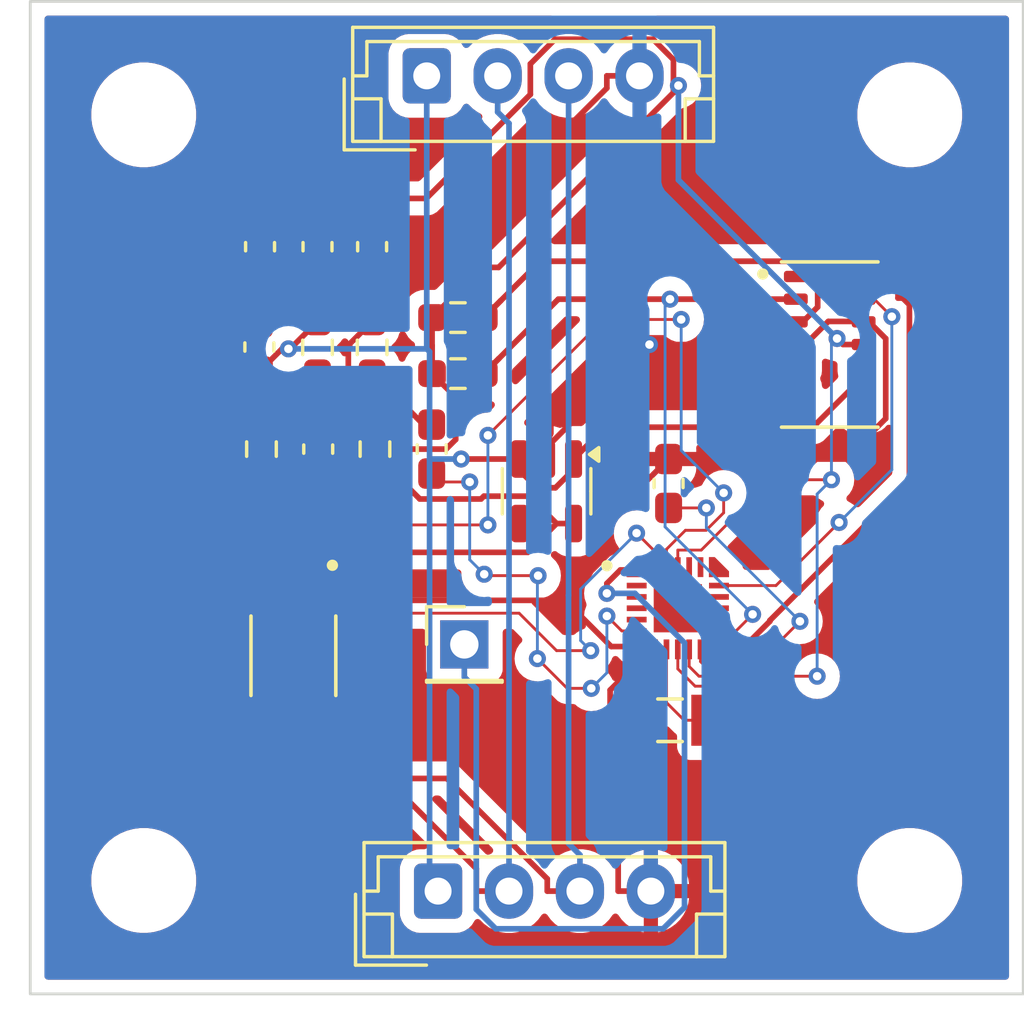
<source format=kicad_pcb>
(kicad_pcb (version 20240108) (generator "pcbnew") (generator_version "8.0")
  (layers (0 "F.Cu" signal) (31 "B.Cu" signal) (34 "B.Paste" user) (35 "F.Paste" user) (36 "B.SilkS" user "B.Silkscreen") (37 "F.SilkS" user "F.Silkscreen") (38 "B.Mask" user) (39 "F.Mask" user) (44 "Edge.Cuts" user))
  (net 0 "")
  (net 1 "Net-(U8-VCORE)")
  (net 2 "VCORE")
  (net 3 "V18")
  (net 4 "VCC")
  (net 5 "Net-(U8-~{RST})")
  (net 6 "Net-(C10-Pad1)")
  (net 7 "Net-(U8-32KIN)")
  (net 8 "Net-(U7-EN)")
  (net 9 "B1")
  (net 10 "B2")
  (net 11 "B3")
  (net 12 "B4")
  (net 13 "INT")
  (net 14 "SCL")
  (net 15 "SDA")
  (net 16 "Net-(U8-32KOUT)")
  (net 18 "J1")
  (footprint "MountingHole:MountingHole_3.2mm_M3" (layer "F.Cu") (at 150.125 49.6)
    (property "Reference" "REF**" (hide yes))
    (property "Value" "MountingHole_3.2mm_M3" (hide yes))
    (pad "" np_thru_hole circle (at 0 0) (size 3.2 3.2) (drill 3.2) (layers "F&B.Cu" "*.Mask"))
  )
  (footprint "Modular_Electronics_Toolkit:SOP65P400X130-8N" (layer "F.Cu") (at 128.4 68.675 -90)
    (property "Reference" "U7" (hide yes))
    (property "Value" "PCA9306DCTR")
    (fp_line (start -1.4 1.495) (end 1.4 1.495) (stroke (width 0.127)) (layer "F.SilkS"))
    (fp_line (start -1.4 -1.495) (end 1.4 -1.495) (stroke (width 0.127)) (layer "F.SilkS"))
    (fp_circle (center -3.19 -1.375) (end -3.09 -1.375) (stroke (width 0.2)) (fill none) (layer "F.SilkS"))
    (pad "1" smd roundrect (at -1.77 -0.975 270) (size 1.42 0.4) (layers "F.Cu" "F.Paste" "F.Mask") (roundrect_rratio 0.125) (net 2 "VCORE"))
    (pad "2" smd roundrect (at -1.77 -0.325 270) (size 1.42 0.4) (layers "F.Cu" "F.Paste" "F.Mask") (roundrect_rratio 0.125) (net 3 "V18"))
    (pad "3" smd roundrect (at -1.77 0.325 270) (size 1.42 0.4) (layers "F.Cu" "F.Paste" "F.Mask") (roundrect_rratio 0.125) (net 10 "B2"))
    (pad "4" smd roundrect (at -1.77 0.975 270) (size 1.42 0.4) (layers "F.Cu" "F.Paste" "F.Mask") (roundrect_rratio 0.125) (net 9 "B1"))
    (pad "5" smd roundrect (at 1.77 0.975 270) (size 1.42 0.4) (layers "F.Cu" "F.Paste" "F.Mask") (roundrect_rratio 0.125) (net 15 "SDA"))
    (pad "6" smd roundrect (at 1.77 0.325 270) (size 1.42 0.4) (layers "F.Cu" "F.Paste" "F.Mask") (roundrect_rratio 0.125) (net 14 "SCL"))
    (pad "7" smd roundrect (at 1.77 -0.325 270) (size 1.42 0.4) (layers "F.Cu" "F.Paste" "F.Mask") (roundrect_rratio 0.125) (net 8 "Net-(U7-EN)"))
    (pad "8" smd roundrect (at 1.77 -0.975 270) (size 1.42 0.4) (layers "F.Cu" "F.Paste" "F.Mask") (roundrect_rratio 0.125) (net 8 "Net-(U7-EN)"))
  )
  (footprint "Resistor_SMD:R_0603_1608Metric_Pad0.98x0.95mm_HandSolder" (layer "F.Cu") (at 134.2 58.725 180)
    (property "Reference" "R7" (hide yes))
    (property "Value" "4.7k")
    (fp_line (start -0.254724 0.5225) (end 0.254724 0.5225) (stroke (width 0.12)) (layer "F.SilkS"))
    (fp_line (start -0.254724 -0.5225) (end 0.254724 -0.5225) (stroke (width 0.12)) (layer "F.SilkS"))
    (pad "1" smd roundrect (at -0.9125 0 180) (size 0.975 0.95) (layers "F.Cu" "F.Paste" "F.Mask") (net 12 "B4"))
    (pad "2" smd roundrect (at 0.9125 0 180) (size 0.975 0.95) (layers "F.Cu" "F.Paste" "F.Mask") (net 3 "V18"))
  )
  (footprint "Capacitor_SMD:C_0603_1608Metric_Pad1.08x0.95mm_HandSolder" (layer "F.Cu") (at 141.625 62.6 -90)
    (property "Reference" "C6" (hide yes))
    (property "Value" "1µ")
    (fp_line (start -0.146267 0.51) (end 0.146267 0.51) (stroke (width 0.12)) (layer "F.SilkS"))
    (fp_line (start -0.146267 -0.51) (end 0.146267 -0.51) (stroke (width 0.12)) (layer "F.SilkS"))
    (pad "1" smd roundrect (at -0.8625 0 270) (size 1.075 0.95) (layers "F.Cu" "F.Paste" "F.Mask") (net 2 "VCORE"))
    (pad "2" smd roundrect (at 0.8625 0 270) (size 1.075 0.95) (layers "F.Cu" "F.Paste" "F.Mask") (net 1 "Net-(U8-VCORE)"))
  )
  (footprint "MountingHole:MountingHole_3.2mm_M3" (layer "F.Cu") (at 123.125 76.6)
    (property "Reference" "REF**" (hide yes))
    (property "Value" "MountingHole_3.2mm_M3" (hide yes))
    (pad "" np_thru_hole circle (at 0 0) (size 3.2 3.2) (drill 3.2) (layers "F&B.Cu" "*.Mask"))
  )
  (footprint "Capacitor_SMD:C_0603_1608Metric_Pad1.08x0.95mm_HandSolder" (layer "F.Cu") (at 129.25 54.25 -90)
    (property "Reference" "C12" (hide yes))
    (property "Value" "4.7µF")
    (fp_line (start -0.146267 0.51) (end 0.146267 0.51) (stroke (width 0.12)) (layer "F.SilkS"))
    (fp_line (start -0.146267 -0.51) (end 0.146267 -0.51) (stroke (width 0.12)) (layer "F.SilkS"))
    (pad "1" smd roundrect (at -0.8625 0 270) (size 1.075 0.95) (layers "F.Cu" "F.Paste" "F.Mask") (net 3 "V18"))
    (pad "2" smd roundrect (at 0.8625 0 270) (size 1.075 0.95) (layers "F.Cu" "F.Paste" "F.Mask") (net 2 "VCORE"))
  )
  (footprint "MountingHole:MountingHole_3.2mm_M3" (layer "F.Cu") (at 150.125 76.6)
    (property "Reference" "REF**" (hide yes))
    (property "Value" "MountingHole_3.2mm_M3" (hide yes))
    (pad "" np_thru_hole circle (at 0 0) (size 3.2 3.2) (drill 3.2) (layers "F&B.Cu" "*.Mask"))
  )
  (footprint "Capacitor_SMD:C_0603_1608Metric_Pad1.08x0.95mm_HandSolder" (layer "F.Cu") (at 133.275 61.3875 -90)
    (property "Reference" "C10" (hide yes))
    (property "Value" "0.1µF")
    (fp_line (start -0.146267 0.51) (end 0.146267 0.51) (stroke (width 0.12)) (layer "F.SilkS"))
    (fp_line (start -0.146267 -0.51) (end 0.146267 -0.51) (stroke (width 0.12)) (layer "F.SilkS"))
    (pad "1" smd roundrect (at -0.8625 0 270) (size 1.075 0.95) (layers "F.Cu" "F.Paste" "F.Mask") (net 6 "Net-(C10-Pad1)"))
    (pad "2" smd roundrect (at 0.8625 0 270) (size 1.075 0.95) (layers "F.Cu" "F.Paste" "F.Mask") (net 5 "Net-(U8-~{RST})"))
  )
  (footprint "Connector_JST:JST_EH_B4B-EH-A_1x04_P2.50mm_Vertical" (layer "F.Cu") (at 133.1 48.225)
    (property "Reference" "J4" (hide yes))
    (property "Value" "B4B-EH-A")
    (fp_line (start -2.91 0.11) (end -2.91 2.61) (stroke (width 0.12)) (layer "F.SilkS"))
    (fp_line (start -2.91 2.61) (end -0.41 2.61) (stroke (width 0.12)) (layer "F.SilkS"))
    (fp_line (start -2.61 -1.71) (end -2.61 2.31) (stroke (width 0.12)) (layer "F.SilkS"))
    (fp_line (start -2.61 0) (end -2.11 0) (stroke (width 0.12)) (layer "F.SilkS"))
    (fp_line (start -2.61 0.81) (end -1.61 0.81) (stroke (width 0.12)) (layer "F.SilkS"))
    (fp_line (start -2.61 2.31) (end 10.11 2.31) (stroke (width 0.12)) (layer "F.SilkS"))
    (fp_line (start -2.11 -1.21) (end 9.61 -1.21) (stroke (width 0.12)) (layer "F.SilkS"))
    (fp_line (start -2.11 0) (end -2.11 -1.21) (stroke (width 0.12)) (layer "F.SilkS"))
    (fp_line (start -1.61 0.81) (end -1.61 2.31) (stroke (width 0.12)) (layer "F.SilkS"))
    (fp_line (start 9.11 0.81) (end 9.11 2.31) (stroke (width 0.12)) (layer "F.SilkS"))
    (fp_line (start 9.61 -1.21) (end 9.61 0) (stroke (width 0.12)) (layer "F.SilkS"))
    (fp_line (start 9.61 0) (end 10.11 0) (stroke (width 0.12)) (layer "F.SilkS"))
    (fp_line (start 10.11 -1.71) (end -2.61 -1.71) (stroke (width 0.12)) (layer "F.SilkS"))
    (fp_line (start 10.11 0.81) (end 9.11 0.81) (stroke (width 0.12)) (layer "F.SilkS"))
    (fp_line (start 10.11 2.31) (end 10.11 -1.71) (stroke (width 0.12)) (layer "F.SilkS"))
    (pad "1" thru_hole roundrect (at 0 0) (size 1.7 1.95) (drill 0.95) (layers "*.Cu" "*.Mask") (roundrect_rratio 0.147059) (net 4 "VCC"))
    (pad "2" thru_hole oval (at 2.5 0) (size 1.7 1.95) (drill 0.95) (layers "*.Cu" "*.Mask") (net 15 "SDA"))
    (pad "3" thru_hole oval (at 5 0) (size 1.7 1.95) (drill 0.95) (layers "*.Cu" "*.Mask") (net 14 "SCL"))
    (pad "4" thru_hole oval (at 7.5 0) (size 1.7 1.95) (drill 0.95) (layers "*.Cu" "*.Mask") (net 2 "VCORE"))
  )
  (footprint "Package_TO_SOT_SMD:SOT-23-5" (layer "F.Cu") (at 137.325 62.875 -90)
    (property "Reference" "U9" (hide yes))
    (property "Value" "TLV70018_SOT23-5")
    (fp_line (start 0 1.56) (end -0.8 1.56) (stroke (width 0.12)) (layer "F.SilkS"))
    (fp_line (start 0 1.56) (end 0.8 1.56) (stroke (width 0.12)) (layer "F.SilkS"))
    (fp_line (start 0 -1.56) (end -0.8 -1.56) (stroke (width 0.12)) (layer "F.SilkS"))
    (fp_line (start 0 -1.56) (end 0.8 -1.56) (stroke (width 0.12)) (layer "F.SilkS"))
    (fp_poly (pts (xy -1.3 -1.51) (xy -1.54 -1.84) (xy -1.06 -1.84) (xy -1.3 -1.51)) (stroke (width 0.12)) (fill solid) (layer "F.SilkS"))
    (pad "1" smd roundrect (at -1.1375 -0.95 270) (size 1.325 0.6) (layers "F.Cu" "F.Paste" "F.Mask") (net 4 "VCC"))
    (pad "2" smd roundrect (at -1.1375 0 270) (size 1.325 0.6) (layers "F.Cu" "F.Paste" "F.Mask") (net 2 "VCORE"))
    (pad "3" smd roundrect (at -1.1375 0.95 270) (size 1.325 0.6) (layers "F.Cu" "F.Paste" "F.Mask") (net 4 "VCC"))
    (pad "4" smd roundrect (at 1.1375 0.95 270) (size 1.325 0.6) (layers "F.Cu" "F.Paste" "F.Mask"))
    (pad "5" smd roundrect (at 1.1375 -0.95 270) (size 1.325 0.6) (layers "F.Cu" "F.Paste" "F.Mask") (net 3 "V18"))
  )
  (footprint "Resistor_SMD:R_0603_1608Metric_Pad0.98x0.95mm_HandSolder" (layer "F.Cu") (at 129.25 57.8 90)
    (property "Reference" "R3" (hide yes))
    (property "Value" "200k")
    (fp_line (start -0.254724 -0.5225) (end 0.254724 -0.5225) (stroke (width 0.12)) (layer "F.SilkS"))
    (fp_line (start -0.254724 0.5225) (end 0.254724 0.5225) (stroke (width 0.12)) (layer "F.SilkS"))
    (pad "1" smd roundrect (at -0.9125 0 90) (size 0.975 0.95) (layers "F.Cu" "F.Paste" "F.Mask") (net 8 "Net-(U7-EN)"))
    (pad "2" smd roundrect (at 0.9125 0 90) (size 0.975 0.95) (layers "F.Cu" "F.Paste" "F.Mask") (net 4 "VCC"))
  )
  (footprint "Capacitor_SMD:C_0603_1608Metric_Pad1.08x0.95mm_HandSolder" (layer "F.Cu") (at 127.225 54.25 90)
    (property "Reference" "C7" (hide yes))
    (property "Value" "1µ")
    (fp_line (start -0.146267 -0.51) (end 0.146267 -0.51) (stroke (width 0.12)) (layer "F.SilkS"))
    (fp_line (start -0.146267 0.51) (end 0.146267 0.51) (stroke (width 0.12)) (layer "F.SilkS"))
    (pad "1" smd roundrect (at -0.8625 0 90) (size 1.075 0.95) (layers "F.Cu" "F.Paste" "F.Mask") (net 2 "VCORE"))
    (pad "2" smd roundrect (at 0.8625 0 90) (size 1.075 0.95) (layers "F.Cu" "F.Paste" "F.Mask") (net 3 "V18"))
  )
  (footprint "Resistor_SMD:R_0603_1608Metric_Pad0.98x0.95mm_HandSolder" (layer "F.Cu") (at 134.2 56.75 180)
    (property "Reference" "R6" (hide yes))
    (property "Value" "4.7k")
    (fp_line (start -0.254724 0.5225) (end 0.254724 0.5225) (stroke (width 0.12)) (layer "F.SilkS"))
    (fp_line (start -0.254724 -0.5225) (end 0.254724 -0.5225) (stroke (width 0.12)) (layer "F.SilkS"))
    (pad "1" smd roundrect (at -0.9125 0 180) (size 0.975 0.95) (layers "F.Cu" "F.Paste" "F.Mask") (net 11 "B3"))
    (pad "2" smd roundrect (at 0.9125 0 180) (size 0.975 0.95) (layers "F.Cu" "F.Paste" "F.Mask") (net 3 "V18"))
  )
  (footprint "Modular-Electronics-Toolkit-BP:XTAL_CM7V-T1A-LOW-ESR-32.768KHZ-6PF-20-TA-QC" (layer "F.Cu") (at 141.675 70.95)
    (property "Reference" "Y1" (hide yes))
    (property "Value" "32KHz")
    (fp_line (start -0.43 -0.75) (end 0.43 -0.75) (stroke (width 0.127)) (layer "F.SilkS"))
    (fp_line (start -0.43 0.75) (end 0.43 0.75) (stroke (width 0.127)) (layer "F.SilkS"))
    (pad "1" smd rect (at -1.25 0) (size 1 1.8) (layers "F.Cu" "F.Paste" "F.Mask") (net 16 "Net-(U8-32KOUT)"))
    (pad "2" smd rect (at 1.25 0) (size 1 1.8) (layers "F.Cu" "F.Paste" "F.Mask") (net 7 "Net-(U8-32KIN)"))
  )
  (footprint "Connector_JST:JST_EH_B4B-EH-A_1x04_P2.50mm_Vertical" (layer "F.Cu") (at 133.5 76.975)
    (property "Reference" "J5" (hide yes))
    (property "Value" "B4B-EH-A")
    (fp_line (start -2.91 0.11) (end -2.91 2.61) (stroke (width 0.12)) (layer "F.SilkS"))
    (fp_line (start -2.91 2.61) (end -0.41 2.61) (stroke (width 0.12)) (layer "F.SilkS"))
    (fp_line (start -2.61 -1.71) (end -2.61 2.31) (stroke (width 0.12)) (layer "F.SilkS"))
    (fp_line (start -2.61 0) (end -2.11 0) (stroke (width 0.12)) (layer "F.SilkS"))
    (fp_line (start -2.61 0.81) (end -1.61 0.81) (stroke (width 0.12)) (layer "F.SilkS"))
    (fp_line (start -2.61 2.31) (end 10.11 2.31) (stroke (width 0.12)) (layer "F.SilkS"))
    (fp_line (start -2.11 -1.21) (end 9.61 -1.21) (stroke (width 0.12)) (layer "F.SilkS"))
    (fp_line (start -2.11 0) (end -2.11 -1.21) (stroke (width 0.12)) (layer "F.SilkS"))
    (fp_line (start -1.61 0.81) (end -1.61 2.31) (stroke (width 0.12)) (layer "F.SilkS"))
    (fp_line (start 9.11 0.81) (end 9.11 2.31) (stroke (width 0.12)) (layer "F.SilkS"))
    (fp_line (start 9.61 -1.21) (end 9.61 0) (stroke (width 0.12)) (layer "F.SilkS"))
    (fp_line (start 9.61 0) (end 10.11 0) (stroke (width 0.12)) (layer "F.SilkS"))
    (fp_line (start 10.11 -1.71) (end -2.61 -1.71) (stroke (width 0.12)) (layer "F.SilkS"))
    (fp_line (start 10.11 0.81) (end 9.11 0.81) (stroke (width 0.12)) (layer "F.SilkS"))
    (fp_line (start 10.11 2.31) (end 10.11 -1.71) (stroke (width 0.12)) (layer "F.SilkS"))
    (pad "1" thru_hole roundrect (at 0 0) (size 1.7 1.95) (drill 0.95) (layers "*.Cu" "*.Mask") (roundrect_rratio 0.147059) (net 4 "VCC"))
    (pad "2" thru_hole oval (at 2.5 0) (size 1.7 1.95) (drill 0.95) (layers "*.Cu" "*.Mask") (net 15 "SDA"))
    (pad "3" thru_hole oval (at 5 0) (size 1.7 1.95) (drill 0.95) (layers "*.Cu" "*.Mask") (net 14 "SCL"))
    (pad "4" thru_hole oval (at 7.5 0) (size 1.7 1.95) (drill 0.95) (layers "*.Cu" "*.Mask") (net 2 "VCORE"))
  )
  (footprint "Resistor_SMD:R_0603_1608Metric_Pad0.98x0.95mm_HandSolder" (layer "F.Cu") (at 131.275 61.3875 90)
    (property "Reference" "R4" (hide yes))
    (property "Value" "4.7k")
    (fp_line (start -0.254724 -0.5225) (end 0.254724 -0.5225) (stroke (width 0.12)) (layer "F.SilkS"))
    (fp_line (start -0.254724 0.5225) (end 0.254724 0.5225) (stroke (width 0.12)) (layer "F.SilkS"))
    (pad "1" smd roundrect (at -0.9125 0 90) (size 0.975 0.95) (layers "F.Cu" "F.Paste" "F.Mask") (net 9 "B1"))
    (pad "2" smd roundrect (at 0.9125 0 90) (size 0.975 0.95) (layers "F.Cu" "F.Paste" "F.Mask") (net 3 "V18"))
  )
  (footprint "Connector_PinHeader_2.54mm:PinHeader_1x01_P2.54mm_Vertical" (layer "F.Cu") (at 134.425 68.275)
    (property "Reference" "J6" (hide yes))
    (property "Value" "Conn_01x01_Pin")
    (fp_line (start -1.33 -1.33) (end 0 -1.33) (stroke (width 0.12)) (layer "F.SilkS"))
    (fp_line (start -1.33 0) (end -1.33 -1.33) (stroke (width 0.12)) (layer "F.SilkS"))
    (fp_line (start -1.33 1.27) (end -1.33 1.33) (stroke (width 0.12)) (layer "F.SilkS"))
    (fp_line (start -1.33 1.27) (end 1.33 1.27) (stroke (width 0.12)) (layer "F.SilkS"))
    (fp_line (start -1.33 1.33) (end 1.33 1.33) (stroke (width 0.12)) (layer "F.SilkS"))
    (fp_line (start 1.33 1.27) (end 1.33 1.33) (stroke (width 0.12)) (layer "F.SilkS"))
    (pad "1" thru_hole rect (at 0 0) (size 1.7 1.7) (drill 1) (layers "*.Cu" "*.Mask") (net 18 "J1"))
  )
  (footprint "Resistor_SMD:R_0603_1608Metric_Pad0.98x0.95mm_HandSolder" (layer "F.Cu") (at 127.275 61.3875 90)
    (property "Reference" "R5" (hide yes))
    (property "Value" "4.7k")
    (fp_line (start -0.254724 -0.5225) (end 0.254724 -0.5225) (stroke (width 0.12)) (layer "F.SilkS"))
    (fp_line (start -0.254724 0.5225) (end 0.254724 0.5225) (stroke (width 0.12)) (layer "F.SilkS"))
    (pad "1" smd roundrect (at -0.9125 0 90) (size 0.975 0.95) (layers "F.Cu" "F.Paste" "F.Mask") (net 10 "B2"))
    (pad "2" smd roundrect (at 0.9125 0 90) (size 0.975 0.95) (layers "F.Cu" "F.Paste" "F.Mask") (net 3 "V18"))
  )
  (footprint "Resistor_SMD:R_0603_1608Metric_Pad0.98x0.95mm_HandSolder" (layer "F.Cu") (at 131.175 57.8 90)
    (property "Reference" "R8" (hide yes))
    (property "Value" "10R")
    (fp_line (start -0.254724 -0.5225) (end 0.254724 -0.5225) (stroke (width 0.12)) (layer "F.SilkS"))
    (fp_line (start -0.254724 0.5225) (end 0.254724 0.5225) (stroke (width 0.12)) (layer "F.SilkS"))
    (pad "1" smd roundrect (at -0.9125 0 90) (size 0.975 0.95) (layers "F.Cu" "F.Paste" "F.Mask") (net 6 "Net-(C10-Pad1)"))
    (pad "2" smd roundrect (at 0.9125 0 90) (size 0.975 0.95) (layers "F.Cu" "F.Paste" "F.Mask") (net 2 "VCORE"))
  )
  (footprint "Modular_Electronics_Toolkit:PSON80P560X330X165-14N" (layer "F.Cu") (at 147.305 57.7)
    (property "Reference" "U6" (hide yes))
    (property "Value" "MAX30101EFD_T")
    (fp_line (start -1.7 2.914) (end 1.7 2.914) (stroke (width 0.127)) (layer "F.SilkS"))
    (fp_line (start 1.7 -2.914) (end -1.7 -2.914) (stroke (width 0.127)) (layer "F.SilkS"))
    (fp_circle (center -2.36054 -2.48781) (end -2.26054 -2.48781) (stroke (width 0.2)) (fill none) (layer "F.SilkS"))
    (pad "1" smd roundrect (at -1.195 -2.4) (size 0.84 0.4) (layers "F.Cu" "F.Paste" "F.Mask"))
    (pad "2" smd roundrect (at -1.195 -1.6) (size 0.84 0.4) (layers "F.Cu" "F.Paste" "F.Mask") (net 12 "B4"))
    (pad "3" smd roundrect (at -1.195 -0.8) (size 0.84 0.4) (layers "F.Cu" "F.Paste" "F.Mask") (net 11 "B3"))
    (pad "4" smd roundrect (at -1.195 0) (size 0.84 0.4) (layers "F.Cu" "F.Paste" "F.Mask") (net 2 "VCORE"))
    (pad "5" smd roundrect (at -1.195 0.8) (size 0.84 0.4) (layers "F.Cu" "F.Paste" "F.Mask"))
    (pad "6" smd roundrect (at -1.195 1.6) (size 0.84 0.4) (layers "F.Cu" "F.Paste" "F.Mask"))
    (pad "7" smd roundrect (at -1.195 2.4) (size 0.84 0.4) (layers "F.Cu" "F.Paste" "F.Mask"))
    (pad "8" smd roundrect (at 1.195 2.4) (size 0.84 0.4) (layers "F.Cu" "F.Paste" "F.Mask"))
    (pad "9" smd roundrect (at 1.195 1.6) (size 0.84 0.4) (layers "F.Cu" "F.Paste" "F.Mask") (net 4 "VCC"))
    (pad "10" smd roundrect (at 1.195 0.8) (size 0.84 0.4) (layers "F.Cu" "F.Paste" "F.Mask") (net 4 "VCC"))
    (pad "11" smd roundrect (at 1.195 0) (size 0.84 0.4) (layers "F.Cu" "F.Paste" "F.Mask") (net 3 "V18"))
    (pad "12" smd roundrect (at 1.195 -0.8) (size 0.84 0.4) (layers "F.Cu" "F.Paste" "F.Mask") (net 2 "VCORE"))
    (pad "13" smd roundrect (at 1.195 -1.6) (size 0.84 0.4) (layers "F.Cu" "F.Paste" "F.Mask") (net 13 "INT"))
    (pad "14" smd roundrect (at 1.195 -2.4) (size 0.84 0.4) (layers "F.Cu" "F.Paste" "F.Mask"))
  )
  (footprint "Capacitor_SMD:C_0603_1608Metric_Pad1.08x0.95mm_HandSolder" (layer "F.Cu") (at 127.2 57.7875 90)
    (property "Reference" "C8" (hide yes))
    (property "Value" "1µ")
    (fp_line (start -0.146267 -0.51) (end 0.146267 -0.51) (stroke (width 0.12)) (layer "F.SilkS"))
    (fp_line (start -0.146267 0.51) (end 0.146267 0.51) (stroke (width 0.12)) (layer "F.SilkS"))
    (pad "1" smd roundrect (at -0.8625 0 90) (size 1.075 0.95) (layers "F.Cu" "F.Paste" "F.Mask") (net 4 "VCC"))
    (pad "2" smd roundrect (at 0.8625 0 90) (size 1.075 0.95) (layers "F.Cu" "F.Paste" "F.Mask") (net 2 "VCORE"))
  )
  (footprint "Modular_Electronics_Toolkit:IC_MAX32664GTGA_T" (layer "F.Cu") (at 141.95 67)
    (property "Reference" "U8" (hide yes))
    (property "Value" "MAX32664GTGA_T")
    (fp_circle (center -2.5 -1.5) (end -2.4 -1.5) (stroke (width 0.2)) (fill none) (layer "F.SilkS"))
    (pad "1" smd custom (at -1.35 -1.35) (size 0.3 0.3) (layers "F.Cu") (net 18 "J1") (options (clearance outline) (anchor rect)) (primitives (gr_poly (pts (xy 0.25 -0.45) (xy 0.25 0.25) (xy -0.45 0.25) (xy -0.45 0.05) (xy 0.05 -0.45)) (width 0.01) (fill yes))))
    (pad "2" smd rect (at -1.45 -0.8) (size 0.7 0.2) (layers "F.Cu" "F.Paste" "F.Mask"))
    (pad "3" smd rect (at -1.45 -0.4) (size 0.7 0.2) (layers "F.Cu" "F.Paste" "F.Mask"))
    (pad "4" smd rect (at -1.45 0) (size 0.7 0.2) (layers "F.Cu" "F.Paste" "F.Mask"))
    (pad "5" smd rect (at -1.45 0.4) (size 0.7 0.2) (layers "F.Cu" "F.Paste" "F.Mask"))
    (pad "6" smd rect (at -1.45 0.8) (size 0.7 0.2) (layers "F.Cu" "F.Paste" "F.Mask") (net 5 "Net-(U8-~{RST})"))
    (pad "7" smd custom (at -1.35 1.35) (size 0.3 0.3) (layers "F.Cu") (net 2 "VCORE") (options (clearance outline) (anchor rect)) (primitives (gr_poly (pts (xy -0.45 -0.25) (xy 0.25 -0.25) (xy 0.25 0.45) (xy 0.05 0.45) (xy -0.45 -0.05)) (width 0.01) (fill yes))))
    (pad "8" smd rect (at -0.8 1.45) (size 0.2 0.7) (layers "F.Cu" "F.Paste" "F.Mask") (net 16 "Net-(U8-32KOUT)"))
    (pad "9" smd rect (at -0.4 1.45) (size 0.2 0.7) (layers "F.Cu" "F.Paste" "F.Mask") (net 7 "Net-(U8-32KIN)"))
    (pad "10" smd rect (at 0 1.45) (size 0.2 0.7) (layers "F.Cu" "F.Paste" "F.Mask") (net 2 "VCORE"))
    (pad "11" smd rect (at 0.4 1.45) (size 0.2 0.7) (layers "F.Cu" "F.Paste" "F.Mask") (net 3 "V18"))
    (pad "12" smd rect (at 0.8 1.45) (size 0.2 0.7) (layers "F.Cu" "F.Paste" "F.Mask") (net 1 "Net-(U8-VCORE)"))
    (pad "13" smd custom (at 1.35 1.35) (size 0.3 0.3) (layers "F.Cu") (net 11 "B3") (options (clearance outline) (anchor rect)) (primitives (gr_poly (pts (xy 0.45 -0.25) (xy -0.25 -0.25) (xy -0.25 0.45) (xy -0.05 0.45) (xy 0.45 -0.05)) (width 0.01) (fill yes))))
    (pad "14" smd rect (at 1.45 0.8) (size 0.7 0.2) (layers "F.Cu" "F.Paste" "F.Mask") (net 12 "B4"))
    (pad "15" smd rect (at 1.45 0.4) (size 0.7 0.2) (layers "F.Cu" "F.Paste" "F.Mask"))
    (pad "16" smd rect (at 1.45 0) (size 0.7 0.2) (layers "F.Cu" "F.Paste" "F.Mask"))
    (pad "17" smd rect (at 1.45 -0.4) (size 0.7 0.2) (layers "F.Cu" "F.Paste" "F.Mask"))
    (pad "18" smd rect (at 1.45 -0.8) (size 0.7 0.2) (layers "F.Cu" "F.Paste" "F.Mask") (net 13 "INT"))
    (pad "19" smd custom (at 1.35 -1.35) (size 0.3 0.3) (layers "F.Cu") (options (clearance outline) (anchor rect)) (primitives (gr_poly (pts (xy -0.25 -0.45) (xy -0.25 0.25) (xy 0.45 0.25) (xy 0.45 0.05) (xy -0.05 -0.45)) (width 0.01) (fill yes))))
    (pad "20" smd rect (at 0.8 -1.45) (size 0.2 0.7) (layers "F.Cu" "F.Paste" "F.Mask"))
    (pad "21" smd rect (at 0.4 -1.45) (size 0.2 0.7) (layers "F.Cu" "F.Paste" "F.Mask"))
    (pad "22" smd rect (at 0 -1.45) (size 0.2 0.7) (layers "F.Cu" "F.Paste" "F.Mask") (net 3 "V18"))
    (pad "23" smd rect (at -0.4 -1.45) (size 0.2 0.7) (layers "F.Cu" "F.Paste" "F.Mask") (net 9 "B1"))
    (pad "24" smd rect (at -0.8 -1.45) (size 0.2 0.7) (layers "F.Cu" "F.Paste" "F.Mask") (net 10 "B2"))
    (pad "EP" smd rect (at 0 0) (size 1.7 1.7) (layers "F.Cu" "F.Mask"))
  )
  (footprint "MountingHole:MountingHole_3.2mm_M3" (layer "F.Cu") (at 123.125 49.6)
    (property "Reference" "REF**" (hide yes))
    (property "Value" "MountingHole_3.2mm_M3" (hide yes))
    (pad "" np_thru_hole circle (at 0 0) (size 3.2 3.2) (drill 3.2) (layers "*.Cu" "*.Mask"))
  )
  (footprint "Capacitor_SMD:C_0603_1608Metric_Pad1.08x0.95mm_HandSolder" (layer "F.Cu") (at 131.175 54.25 90)
    (property "Reference" "C11" (hide yes))
    (property "Value" "4.7µF")
    (fp_line (start -0.146267 -0.51) (end 0.146267 -0.51) (stroke (width 0.12)) (layer "F.SilkS"))
    (fp_line (start -0.146267 0.51) (end 0.146267 0.51) (stroke (width 0.12)) (layer "F.SilkS"))
    (pad "1" smd roundrect (at -0.8625 0 90) (size 1.075 0.95) (layers "F.Cu" "F.Paste" "F.Mask") (net 4 "VCC"))
    (pad "2" smd roundrect (at 0.8625 0 90) (size 1.075 0.95) (layers "F.Cu" "F.Paste" "F.Mask") (net 2 "VCORE"))
  )
  (footprint "Capacitor_SMD:C_0603_1608Metric_Pad1.08x0.95mm_HandSolder" (layer "F.Cu") (at 129.275 61.3875 90)
    (property "Reference" "C9" (hide yes))
    (property "Value" "1µ")
    (fp_line (start -0.146267 -0.51) (end 0.146267 -0.51) (stroke (width 0.12)) (layer "F.SilkS"))
    (fp_line (start -0.146267 0.51) (end 0.146267 0.51) (stroke (width 0.12)) (layer "F.SilkS"))
    (pad "1" smd roundrect (at -0.8625 0 90) (size 1.075 0.95) (layers "F.Cu" "F.Paste" "F.Mask") (net 3 "V18"))
    (pad "2" smd roundrect (at 0.8625 0 90) (size 1.075 0.95) (layers "F.Cu" "F.Paste" "F.Mask") (net 2 "VCORE"))
  )
  (gr_rect (start 119.125 45.6) (end 154.125 80.6) (stroke (width 0.1)) (fill none) (layer "Edge.Cuts"))
  (segment (start 142.75 68.45) (end 142.75 68.8809) (width 0.1) (layer "F.Cu") (net 1))
  (segment (start 142.945 69.0759) (end 144.64 69.0759) (width 0.1) (layer "F.Cu") (net 1))
  (segment (start 142.75 68.8809) (end 142.945 69.0759) (width 0.1) (layer "F.Cu") (net 1))
  (segment (start 141.625 63.4625) (end 142.9556 63.4625) (width 0.1) (layer "F.Cu") (net 1))
  (segment (start 144.64 69.0759) (end 146.2546 67.4613) (width 0.1) (layer "F.Cu") (net 1))
  (via (at 142.9556 63.4625) (size 0.6) (drill 0.3) (layers "F.Cu" "B.Cu") (net 1))
  (via (at 146.2546 67.4613) (size 0.6) (drill 0.3) (layers "F.Cu" "B.Cu") (net 1))
  (segment (start 146.2546 67.4613) (end 142.9556 64.1623) (width 0.1) (layer "B.Cu") (net 1))
  (segment (start 142.9556 64.1623) (end 142.9556 63.4625) (width 0.1) (layer "B.Cu") (net 1))
  (segment (start 129.25 55.1125) (end 130.975 53.3875) (width 0.2) (layer "F.Cu") (net 2))
  (segment (start 131.953 53.3875) (end 131.953 56.1091) (width 0.2) (layer "F.Cu") (net 2))
  (segment (start 139.848 75.8233) (end 139.848 76.975) (width 0.2) (layer "F.Cu") (net 2))
  (segment (start 140.6 48.225) (end 139.448 48.225) (width 0.2) (layer "F.Cu") (net 2))
  (segment (start 146.438 57.7) (end 146.11 57.7) (width 0.2) (layer "F.Cu") (net 2))
  (segment (start 137.325 61.3276) (end 137.325 61.7375) (width 0.2) (layer "F.Cu") (net 2))
  (segment (start 138.542 66.7216) (end 129.558 66.7216) (width 0.2) (layer "F.Cu") (net 2))
  (segment (start 139.848 76.975) (end 141 76.975) (width 0.2) (layer "F.Cu") (net 2))
  (segment (start 131.953 56.1091) (end 131.175 56.8875) (width 0.2) (layer "F.Cu") (net 2))
  (segment (start 140.951 57.7016) (end 137.325 61.3276) (width 0.2) (layer "F.Cu") (net 2))
  (segment (start 139.602 68.35) (end 140.17 68.35) (width 0.2) (layer "F.Cu") (net 2))
  (segment (start 139.564 69.8861) (end 139.564 73.7444) (width 0.2) (layer "F.Cu") (net 2))
  (segment (start 138.542 65.783) (end 138.542 66.7216) (width 0.2) (layer "F.Cu") (net 2))
  (segment (start 140.951 57.7012) (end 146.109 57.7012) (width 0.2) (layer "F.Cu") (net 2))
  (segment (start 148.5 56.9) (end 148.689 56.9) (width 0.2) (layer "F.Cu") (net 2))
  (segment (start 141.625 61.7375) (end 138.98 64.3821) (width 0.2) (layer "F.Cu") (net 2))
  (segment (start 146.109 57.7012) (end 146.11 57.7) (width 0.2) (layer "F.Cu") (net 2))
  (segment (start 127.225 55.1125) (end 127.225 56.9) (width 0.2) (layer "F.Cu") (net 2))
  (segment (start 127.225 55.1125) (end 129.25 55.1125) (width 0.2) (layer "F.Cu") (net 2))
  (segment (start 143.492 69.7484) (end 142.5598 69.7484) (width 0.1) (layer "F.Cu") (net 2))
  (segment (start 148.5 56.9) (end 148.485 56.8854) (width 0.2) (layer "F.Cu") (net 2))
  (segment (start 140.385 68.5649) (end 140.385 69.0649) (width 0.2) (layer "F.Cu") (net 2))
  (segment (start 129.558 66.7216) (end 129.375 66.905) (width 0.2) (layer "F.Cu") (net 2))
  (segment (start 140.17 68.35) (end 140.385 68.5649) (width 0.2) (layer "F.Cu") (net 2))
  (segment (start 139.564 73.7444) (end 141.9036 73.7444) (width 0.1) (layer "F.Cu") (net 2))
  (segment (start 142.5598 69.7484) (end 141.95 69.1386) (width 0.1) (layer "F.Cu") (net 2))
  (segment (start 141.95 69.1386) (end 141.95 68.45) (width 0.1) (layer "F.Cu") (net 2))
  (segment (start 140.385 68.5649) (end 140.6 68.35) (width 0.2) (layer "F.Cu") (net 2))
  (segment (start 149.278 57.4896) (end 149.278 60.3104) (width 0.2) (layer "F.Cu") (net 2))
  (segment (start 141.9036 73.7444) (end 143.711 71.937) (width 0.1) (layer "F.Cu") (net 2))
  (segment (start 143.711 71.937) (end 143.711 69.9674) (width 0.1) (layer "F.Cu") (net 2))
  (segment (start 147.253 56.8854) (end 146.438 57.7) (width 0.2) (layer "F.Cu") (net 2))
  (segment (start 138.98 64.3821) (end 138.98 65.345) (width 0.2) (layer "F.Cu") (net 2))
  (segment (start 149.278 60.3104) (end 147.851 61.7375) (width 0.2) (layer "F.Cu") (net 2))
  (segment (start 140.385 69.0649) (end 139.564 69.8861) (width 0.2) (layer "F.Cu") (net 2))
  (segment (start 143.711 69.9674) (end 143.492 69.7484) (width 0.1) (layer "F.Cu") (net 2))
  (segment (start 134.718 53.3875) (end 131.953 53.3875) (width 0.2) (layer "F.Cu") (net 2))
  (segment (start 148.485 56.8854) (end 147.253 56.8854) (width 0.2) (layer "F.Cu") (net 2))
  (segment (start 139.564 75.5389) (end 139.848 75.8233) (width 0.2) (layer "F.Cu") (net 2))
  (segment (start 140.951 57.7012) (end 140.951 57.7016) (width 0.2) (layer "F.Cu") (net 2))
  (segment (start 130.336 57.7261) (end 131.175 56.8875) (width 0.2) (layer "F.Cu") (net 2))
  (segment (start 138.542 66.7216) (end 138.542 67.29) (width 0.2) (layer "F.Cu") (net 2))
  (segment (start 127.225 56.9) (end 127.2 56.925) (width 0.2) (layer "F.Cu") (net 2))
  (segment (start 139.448 48.225) (end 139.448 48.6569) (width 0.2) (layer "F.Cu") (net 2))
  (segment (start 148.689 56.9) (end 149.278 57.4896) (width 0.2) (layer "F.Cu") (net 2))
  (segment (start 130.975 53.3875) (end 131.175 53.3875) (width 0.2) (layer "F.Cu") (net 2))
  (segment (start 138.542 67.29) (end 139.602 68.35) (width 0.2) (layer "F.Cu") (net 2))
  (segment (start 131.953 53.3875) (end 131.175 53.3875) (width 0.2) (layer "F.Cu") (net 2))
  (segment (start 147.851 61.7375) (end 141.625 61.7375) (width 0.2) (layer "F.Cu") (net 2))
  (segment (start 130.336 59.4636) (end 130.336 57.7261) (width 0.2) (layer "F.Cu") (net 2))
  (segment (start 139.564 73.7444) (end 139.564 75.5389) (width 0.2) (layer "F.Cu") (net 2))
  (segment (start 129.275 60.525) (end 130.336 59.4636) (width 0.2) (layer "F.Cu") (net 2))
  (segment (start 139.448 48.6569) (end 134.718 53.3875) (width 0.2) (layer "F.Cu") (net 2))
  (segment (start 138.98 65.345) (end 138.542 65.783) (width 0.2) (layer "F.Cu") (net 2))
  (via (at 140.951 57.7012) (size 0.6) (drill 0.3) (layers "F.Cu" "B.Cu") (net 2))
  (segment (start 140.6 57.3502) (end 140.6 48.225) (width 0.2) (layer "B.Cu") (net 2))
  (segment (start 140.951 57.7012) (end 140.6 57.3502) (width 0.2) (layer "B.Cu") (net 2))
  (segment (start 141.796 48.8169) (end 135.633 54.9799) (width 0.2) (layer "F.Cu") (net 3))
  (segment (start 133.782 61.3875) (end 132.486 61.3875) (width 0.2) (layer "F.Cu") (net 3))
  (segment (start 142.35 68.45) (end 142.35 69.0517) (width 0.1) (layer "F.Cu") (net 3))
  (segment (start 130.09 52.5474) (end 133.085 52.5474) (width 0.2) (layer "F.Cu") (net 3))
  (segment (start 142.6952 69.3969) (end 146.8606 69.3969) (width 0.1) (layer "F.Cu") (net 3))
  (segment (start 135.014 63.1471) (end 135.114 63.0477) (width 0.2) (layer "F.Cu") (net 3))
  (segment (start 147.776 57.7) (end 147.563 57.4871) (width 0.2) (layer "F.Cu") (net 3))
  (segment (start 136.712 63.0477) (end 137.677 64.0125) (width 0.2) (layer "F.Cu") (net 3))
  (segment (start 135.114 63.0477) (end 136.712 63.0477) (width 0.2) (layer "F.Cu") (net 3))
  (segment (start 133.597 56.4409) (end 133.288 56.75) (width 0.2) (layer "F.Cu") (net 3))
  (segment (start 133.085 52.5474) (end 136.752 48.8808) (width 0.2) (layer "F.Cu") (net 3))
  (segment (start 133.906 56.1319) (end 133.597 56.4409) (width 0.2) (layer "F.Cu") (net 3))
  (segment (start 128.725 66.1705) (end 128.725 66.905) (width 0.2) (layer "F.Cu") (net 3))
  (segment (start 135.633 54.9799) (end 135.058 54.9799) (width 0.2) (layer "F.Cu") (net 3))
  (segment (start 141.077 46.9343) (end 141.796 47.6537) (width 0.2) (layer "F.Cu") (net 3))
  (segment (start 129.25 53.3875) (end 130.09 52.5474) (width 0.2) (layer "F.Cu") (net 3))
  (segment (start 131.275 60.475) (end 131.05 60.475) (width 0.2) (layer "F.Cu") (net 3))
  (segment (start 148.5 57.7) (end 147.776 57.7) (width 0.2) (layer "F.Cu") (net 3))
  (segment (start 132.486 61.3875) (end 132.188 61.3875) (width 0.2) (layer "F.Cu") (net 3))
  (segment (start 132.188 61.3875) (end 131.275 60.475) (width 0.2) (layer "F.Cu") (net 3))
  (segment (start 133.288 58.725) (end 134.121 59.5582) (width 0.2) (layer "F.Cu") (net 3))
  (segment (start 141.971 48.5673) (end 141.796 48.5673) (width 0.2) (layer "F.Cu") (net 3))
  (segment (start 136.661 65.0286) (end 129.867 65.0286) (width 0.2) (layer "F.Cu") (net 3))
  (segment (start 129.05 62.25) (end 127.275 60.475) (width 0.2) (layer "F.Cu") (net 3))
  (segment (start 133.288 56.75) (end 133.288 57.7375) (width 0.2) (layer "F.Cu") (net 3))
  (segment (start 134.121 59.5582) (end 134.121 61.0488) (width 0.2) (layer "F.Cu") (net 3))
  (segment (start 137.623 46.9343) (end 141.077 46.9343) (width 0.2) (layer "F.Cu") (net 3))
  (segment (start 129.867 65.0286) (end 128.725 66.1705) (width 0.2) (layer "F.Cu") (net 3))
  (segment (start 142.35 69.0517) (end 142.6952 69.3969) (width 0.1) (layer "F.Cu") (net 3))
  (segment (start 135.058 54.9799) (end 133.906 56.1319) (width 0.2) (layer "F.Cu") (net 3))
  (segment (start 136.752 47.8057) (end 137.623 46.9343) (width 0.2) (layer "F.Cu") (net 3))
  (segment (start 137.677 64.0125) (end 138.275 64.0125) (width 0.2) (layer "F.Cu") (net 3))
  (segment (start 133.597 56.4409) (end 133.288 56.75) (width 0.2) (layer "F.Cu") (net 3))
  (segment (start 133.288 57.738) (end 133.288 58.725) (width 0.2) (layer "F.Cu") (net 3))
  (segment (start 133.2875 56.75) (end 133.288 56.75) (width 0.1) (layer "F.Cu") (net 3))
  (segment (start 133.288 57.738) (end 133.288 58.725) (width 0.2) (layer "F.Cu") (net 3))
  (segment (start 137.677 64.0125) (end 136.661 65.0286) (width 0.2) (layer "F.Cu") (net 3))
  (segment (start 145.2568 62.4685) (end 147.3648 62.4685) (width 0.1) (layer "F.Cu") (net 3))
  (segment (start 136.752 48.8808) (end 136.752 47.8057) (width 0.2) (layer "F.Cu") (net 3))
  (segment (start 132.486 62.7783) (end 132.855 63.1471) (width 0.2) (layer "F.Cu") (net 3))
  (segment (start 141.796 47.6537) (end 141.796 48.5673) (width 0.2) (layer "F.Cu") (net 3))
  (segment (start 132.855 63.1471) (end 135.014 63.1471) (width 0.2) (layer "F.Cu") (net 3))
  (segment (start 133.2875 58.725) (end 133.288 58.725) (width 0.1) (layer "F.Cu") (net 3))
  (segment (start 127.225 53.3875) (end 129.25 53.3875) (width 0.2) (layer "F.Cu") (net 3))
  (segment (start 133.288 57.7375) (end 133.288 57.738) (width 0.2) (layer "F.Cu") (net 3))
  (segment (start 133.288 57.7375) (end 133.288 57.738) (width 0.2) (layer "F.Cu") (net 3))
  (segment (start 132.486 61.3875) (end 132.486 62.7783) (width 0.2) (layer "F.Cu") (net 3))
  (segment (start 134.121 61.0488) (end 133.782 61.3875) (width 0.2) (layer "F.Cu") (net 3))
  (segment (start 131.05 60.475) (end 129.275 62.25) (width 0.2) (layer "F.Cu") (net 3))
  (segment (start 141.95 65.55) (end 141.95 64.9483) (width 0.1) (layer "F.Cu") (net 3))
  (segment (start 142.777 64.9483) (end 145.2568 62.4685) (width 0.1) (layer "F.Cu") (net 3))
  (segment (start 141.95 64.9483) (end 142.777 64.9483) (width 0.1) (layer "F.Cu") (net 3))
  (segment (start 129.275 62.25) (end 129.05 62.25) (width 0.2) (layer "F.Cu") (net 3))
  (segment (start 141.796 48.5673) (end 141.796 48.8169) (width 0.2) (layer "F.Cu") (net 3))
  (segment (start 133.906 56.1319) (end 133.597 56.4409) (width 0.2) (layer "F.Cu") (net 3))
  (via (at 141.971 48.5673) (size 0.6) (drill 0.3) (layers "F.Cu" "B.Cu") (net 3))
  (via (at 147.3648 62.4685) (size 0.6) (drill 0.3) (layers "F.Cu" "B.Cu") (net 3))
  (via (at 147.563 57.4871) (size 0.6) (drill 0.3) (layers "F.Cu" "B.Cu") (net 3))
  (via (at 146.8606 69.3969) (size 0.6) (drill 0.3) (layers "F.Cu" "B.Cu") (net 3))
  (segment (start 141.971 51.895) (end 147.563 57.4871) (width 0.2) (layer "B.Cu") (net 3))
  (segment (start 141.971 48.5673) (end 141.971 51.895) (width 0.2) (layer "B.Cu") (net 3))
  (segment (start 146.8606 62.9727) (end 146.8606 69.3969) (width 0.1) (layer "B.Cu") (net 3))
  (segment (start 147.3648 57.6853) (end 147.3648 62.4685) (width 0.1) (layer "B.Cu") (net 3))
  (segment (start 147.3648 62.4685) (end 146.8606 62.9727) (width 0.1) (layer "B.Cu") (net 3))
  (segment (start 147.563 57.4871) (end 147.3648 57.6853) (width 0.1) (layer "B.Cu") (net 3))
  (segment (start 138.275 61.7375) (end 138.275 62.1134) (width 0.2) (layer "F.Cu") (net 4))
  (segment (start 146.7088 60.6162) (end 148.025 59.3) (width 0.2) (layer "F.Cu") (net 4))
  (segment (start 139.396 60.6162) (end 146.7088 60.6162) (width 0.2) (layer "F.Cu") (net 4))
  (segment (start 128.225 57.8523) (end 128.2852 57.8523) (width 0.2) (layer "F.Cu") (net 4))
  (segment (start 136.984 62.7513) (end 136.375 62.1423) (width 0.2) (layer "F.Cu") (net 4))
  (segment (start 148.5 58.5) (end 148.5 59.3) (width 0.2) (layer "F.Cu") (net 4))
  (segment (start 128.225 57.8523) (end 127.9977 57.8523) (width 0.2) (layer "F.Cu") (net 4))
  (segment (start 138.275 61.7375) (end 139.396 60.6162) (width 0.2) (layer "F.Cu") (net 4))
  (segment (start 128.2852 57.8523) (end 129.25 56.8875) (width 0.2) (layer "F.Cu") (net 4))
  (segment (start 129.4 56.8875) (end 129.25 56.8875) (width 0.2) (layer "F.Cu") (net 4))
  (segment (start 136.375 61.7375) (end 134.312 61.7375) (width 0.2) (layer "F.Cu") (net 4))
  (segment (start 131.175 55.1125) (end 129.4 56.8875) (width 0.2) (layer "F.Cu") (net 4))
  (segment (start 136.375 62.1423) (end 136.375 61.7375) (width 0.2) (layer "F.Cu") (net 4))
  (segment (start 127.9977 57.8523) (end 127.2 58.65) (width 0.2) (layer "F.Cu") (net 4))
  (segment (start 138.275 62.1134) (end 137.637 62.7513) (width 0.2) (layer "F.Cu") (net 4))
  (segment (start 137.637 62.7513) (end 136.984 62.7513) (width 0.2) (layer "F.Cu") (net 4))
  (segment (start 148.025 59.3) (end 148.5 59.3) (width 0.2) (layer "F.Cu") (net 4))
  (via (at 134.312 61.7375) (size 0.6) (drill 0.3) (layers "F.Cu" "B.Cu") (net 4))
  (via (at 128.225 57.8523) (size 0.6) (drill 0.3) (layers "F.Cu" "B.Cu") (net 4))
  (segment (start 133.1 57.8523) (end 133.1 48.225) (width 0.2) (layer "B.Cu") (net 4))
  (segment (start 133.2 76.675) (end 133.2 61.7375) (width 0.2) (layer "B.Cu") (net 4))
  (segment (start 133.2 57.9523) (end 133.1 57.8523) (width 0.2) (layer "B.Cu") (net 4))
  (segment (start 133.1 57.8523) (end 128.225 57.8523) (width 0.2) (layer "B.Cu") (net 4))
  (segment (start 133.2 61.7375) (end 134.312 61.7375) (width 0.2) (layer "B.Cu") (net 4))
  (segment (start 133.5 76.975) (end 133.2 76.675) (width 0.2) (layer "B.Cu") (net 4))
  (segment (start 133.2 61.7375) (end 133.2 57.9523) (width 0.2) (layer "B.Cu") (net 4))
  (segment (start 137.025 65.85) (end 135.175 65.85) (width 0.1) (layer "F.Cu") (net 5))
  (segment (start 138.9 69.825) (end 138.05 69.825) (width 0.1) (layer "F.Cu") (net 5))
  (segment (start 140.5 67.8) (end 139.975 67.8) (width 0.1) (layer "F.Cu") (net 5))
  (segment (start 135.175 65.85) (end 135.125 65.8) (width 0.1) (layer "F.Cu") (net 5))
  (segment (start 138.05 69.825) (end 137 68.775) (width 0.1) (layer "F.Cu") (net 5))
  (segment (start 133.5721 62.5471) (end 133.275 62.25) (width 0.1) (layer "F.Cu") (net 5))
  (segment (start 134.614526 62.5471) (end 133.5721 62.5471) (width 0.1) (layer "F.Cu") (net 5))
  (segment (start 139.975 67.8) (end 139.45 67.275) (width 0.1) (layer "F.Cu") (net 5))
  (via (at 137.025 65.85) (size 0.6) (drill 0.3) (layers "F.Cu" "B.Cu") (net 5))
  (via (at 135.125 65.8) (size 0.6) (drill 0.3) (layers "F.Cu" "B.Cu") (net 5))
  (via (at 137 68.775) (size 0.6) (drill 0.3) (layers "F.Cu" "B.Cu") (net 5))
  (via (at 139.45 67.275) (size 0.6) (drill 0.3) (layers "F.Cu" "B.Cu") (net 5))
  (via (at 134.614526 62.5471) (size 0.6) (drill 0.3) (layers "F.Cu" "B.Cu") (net 5))
  (via (at 138.9 69.825) (size 0.6) (drill 0.3) (layers "F.Cu" "B.Cu") (net 5))
  (segment (start 139.45 67.275) (end 139.45 69.275) (width 0.1) (layer "B.Cu") (net 5))
  (segment (start 134.614526 65.289526) (end 134.614526 62.5471) (width 0.1) (layer "B.Cu") (net 5))
  (segment (start 137 68.775) (end 137 65.875) (width 0.1) (layer "B.Cu") (net 5))
  (segment (start 135.125 65.8) (end 134.614526 65.289526) (width 0.1) (layer "B.Cu") (net 5))
  (segment (start 137 65.875) (end 137.025 65.85) (width 0.1) (layer "B.Cu") (net 5))
  (segment (start 139.45 69.275) (end 138.9 69.825) (width 0.1) (layer "B.Cu") (net 5))
  (segment (start 131.175 58.7125) (end 132.988 60.525) (width 0.2) (layer "F.Cu") (net 6))
  (segment (start 132.988 60.525) (end 133.275 60.525) (width 0.2) (layer "F.Cu") (net 6))
  (segment (start 141.55 70.3267) (end 142.1733 70.95) (width 0.1) (layer "F.Cu") (net 7))
  (segment (start 142.925 70.95) (end 142.1733 70.95) (width 0.1) (layer "F.Cu") (net 7))
  (segment (start 141.55 68.45) (end 141.55 70.3267) (width 0.1) (layer "F.Cu") (net 7))
  (segment (start 129.25 58.7125) (end 128.278 59.6849) (width 0.2) (layer "F.Cu") (net 8))
  (segment (start 128.725 69.731) (end 128.725 70.445) (width 0.2) (layer "F.Cu") (net 8))
  (segment (start 126.622 68.0401) (end 126.622 68.2587) (width 0.2) (layer "F.Cu") (net 8))
  (segment (start 126.442 67.8604) (end 126.622 68.0401) (width 0.2) (layer "F.Cu") (net 8))
  (segment (start 126.622 68.2587) (end 127.092 68.7295) (width 0.2) (layer "F.Cu") (net 8))
  (segment (start 127.99 69.4084) (end 128.402 69.4084) (width 0.2) (layer "F.Cu") (net 8))
  (segment (start 126.814 59.6849) (end 126.442 60.0567) (width 0.2) (layer "F.Cu") (net 8))
  (segment (start 127.092 68.7295) (end 127.311 68.7295) (width 0.2) (layer "F.Cu") (net 8))
  (segment (start 127.311 68.7295) (end 127.99 69.4084) (width 0.2) (layer "F.Cu") (net 8))
  (segment (start 128.402 69.4084) (end 128.725 69.731) (width 0.2) (layer "F.Cu") (net 8))
  (segment (start 126.442 60.0567) (end 126.442 67.8604) (width 0.2) (layer "F.Cu") (net 8))
  (segment (start 128.278 59.6849) (end 126.814 59.6849) (width 0.2) (layer "F.Cu") (net 8))
  (segment (start 129.375 70.445) (end 128.725 70.445) (width 0.2) (layer "F.Cu") (net 8))
  (segment (start 141.55 64.9188) (end 141.55 65.55) (width 0.1) (layer "F.Cu") (net 9))
  (segment (start 129.5137 64.0613) (end 135.256 64.0613) (width 0.1) (layer "F.Cu") (net 9))
  (segment (start 131.275 62.3) (end 129.5137 64.0613) (width 0.2) (layer "F.Cu") (net 9))
  (segment (start 129.5137 64.0613) (end 127.425 66.15) (width 0.2) (layer "F.Cu") (net 9))
  (segment (start 143.5657 62.9316) (end 143.5657 63.6327) (width 0.1) (layer "F.Cu") (net 9))
  (segment (start 127.425 66.15) (end 127.425 66.905) (width 0.2) (layer "F.Cu") (net 9))
  (segment (start 143.5657 63.6327) (end 142.9473 64.2511) (width 0.1) (layer "F.Cu") (net 9))
  (segment (start 135.256 60.9018) (end 139.3414 56.8164) (width 0.1) (layer "F.Cu") (net 9))
  (segment (start 142.2177 64.2511) (end 141.55 64.9188) (width 0.1) (layer "F.Cu") (net 9))
  (segment (start 142.9473 64.2511) (end 142.2177 64.2511) (width 0.1) (layer "F.Cu") (net 9))
  (segment (start 139.3414 56.8164) (end 142.0692 56.8164) (width 0.1) (layer "F.Cu") (net 9))
  (via (at 143.5657 62.9316) (size 0.6) (drill 0.3) (layers "F.Cu" "B.Cu") (net 9))
  (via (at 142.0692 56.8164) (size 0.6) (drill 0.3) (layers "F.Cu" "B.Cu") (net 9))
  (via (at 135.256 60.9018) (size 0.6) (drill 0.3) (layers "F.Cu" "B.Cu") (net 9))
  (via (at 135.256 64.0613) (size 0.6) (drill 0.3) (layers "F.Cu" "B.Cu") (net 9))
  (segment (start 135.256 60.9018) (end 135.256 64.0613) (width 0.1) (layer "B.Cu") (net 9))
  (segment (start 142.0692 56.8164) (end 142.0692 61.4351) (width 0.1) (layer "B.Cu") (net 9))
  (segment (start 142.0692 61.4351) (end 143.5657 62.9316) (width 0.1) (layer "B.Cu") (net 9))
  (segment (start 127.275 62.3) (end 126.904 62.6709) (width 0.2) (layer "F.Cu") (net 10))
  (segment (start 128.0631 68.1513) (end 131.1818 68.1513) (width 0.1) (layer "F.Cu") (net 10))
  (segment (start 127.023 68.0924) (end 127.259 68.3278) (width 0.2) (layer "F.Cu") (net 10))
  (segment (start 128.004 67.6421) (end 128.075 67.571) (width 0.2) (layer "F.Cu") (net 10))
  (segment (start 140.4961 64.3508) (end 141.0936 64.9483) (width 0.1) (layer "F.Cu") (net 10))
  (segment (start 132.1598 67.1733) (end 136.3548 67.1733) (width 0.1) (layer "F.Cu") (net 10))
  (segment (start 128.063 68.1512) (end 128.0631 68.1513) (width 0.1) (layer "F.Cu") (net 10))
  (segment (start 127.886 68.3278) (end 128.063 68.1512) (width 0.2) (layer "F.Cu") (net 10))
  (segment (start 128.075 67.571) (end 128.075 66.905) (width 0.2) (layer "F.Cu") (net 10))
  (segment (start 128.122 68.0924) (end 128.122 67.7598) (width 0.2) (layer "F.Cu") (net 10))
  (segment (start 137.6763 68.4948) (end 138.8794 68.4948) (width 0.1) (layer "F.Cu") (net 10))
  (segment (start 126.904 62.6709) (end 126.904 67.7003) (width 0.2) (layer "F.Cu") (net 10))
  (segment (start 136.3548 67.1733) (end 137.6763 68.4948) (width 0.1) (layer "F.Cu") (net 10))
  (segment (start 141.0936 64.9483) (end 141.15 64.9483) (width 0.1) (layer "F.Cu") (net 10))
  (segment (start 141.15 65.55) (end 141.15 64.9483) (width 0.1) (layer "F.Cu") (net 10))
  (segment (start 126.904 67.7003) (end 127.023 67.8195) (width 0.2) (layer "F.Cu") (net 10))
  (segment (start 127.023 67.8195) (end 127.023 68.0924) (width 0.2) (layer "F.Cu") (net 10))
  (segment (start 127.259 68.3278) (end 127.886 68.3278) (width 0.2) (layer "F.Cu") (net 10))
  (segment (start 131.1818 68.1513) (end 132.1598 67.1733) (width 0.1) (layer "F.Cu") (net 10))
  (segment (start 128.122 67.7598) (end 128.004 67.6421) (width 0.2) (layer "F.Cu") (net 10))
  (segment (start 128.063 68.1512) (end 128.122 68.0924) (width 0.2) (layer "F.Cu") (net 10))
  (via (at 140.4961 64.3508) (size 0.6) (drill 0.3) (layers "F.Cu" "B.Cu") (net 10))
  (via (at 138.8794 68.4948) (size 0.6) (drill 0.3) (layers "F.Cu" "B.Cu") (net 10))
  (segment (start 138.525 66.3219) (end 140.4961 64.3508) (width 0.1) (layer "B.Cu") (net 10))
  (segment (start 138.8794 68.4948) (end 138.525 68.1404) (width 0.1) (layer "B.Cu") (net 10))
  (segment (start 138.525 68.1404) (end 138.525 66.3219) (width 0.1) (layer "B.Cu") (net 10))
  (segment (start 137.1 54.763) (end 135.708 56.1539) (width 0.2) (layer "F.Cu") (net 11))
  (segment (start 135.112 56.7498) (end 135.112 56.7499) (width 0.2) (layer "F.Cu") (net 11))
  (segment (start 135.708 56.1539) (end 135.112 56.7498) (width 0.2) (layer "F.Cu") (net 11))
  (segment (start 146.88 54.763) (end 137.1 54.763) (width 0.2) (layer "F.Cu") (net 11))
  (segment (start 146.11 56.9) (end 146.356 56.9) (width 0.2) (layer "F.Cu") (net 11))
  (segment (start 150.113 62.5121) (end 150.113 56.2972) (width 0.2) (layer "F.Cu") (net 11))
  (segment (start 143.735 68.35) (end 143.886 68.1992) (width 0.2) (layer "F.Cu") (net 11))
  (segment (start 145.195 67.4584) (end 145.195 67.4302) (width 0.2) (layer "F.Cu") (net 11))
  (segment (start 143.3 68.35) (end 143.735 68.35) (width 0.2) (layer "F.Cu") (net 11))
  (segment (start 149.711 56.0618) (end 149.711 55.4704) (width 0.2) (layer "F.Cu") (net 11))
  (segment (start 135.112 56.75) (end 135.708 56.1539) (width 0.2) (layer "F.Cu") (net 11))
  (segment (start 146.356 56.9) (end 146.88 56.376) (width 0.2) (layer "F.Cu") (net 11))
  (segment (start 135.1124 56.7499) (end 135.1125 56.75) (width 0.1) (layer "F.Cu") (net 11))
  (segment (start 149.004 54.763) (end 146.88 54.763) (width 0.2) (layer "F.Cu") (net 11))
  (segment (start 143.886 68.1992) (end 144.454 68.1992) (width 0.2) (layer "F.Cu") (net 11))
  (segment (start 135.112 56.7499) (end 135.112 56.75) (width 0.2) (layer "F.Cu") (net 11))
  (segment (start 149.878 56.0618) (end 149.711 56.0618) (width 0.2) (layer "F.Cu") (net 11))
  (segment (start 146.88 56.376) (end 146.88 54.763) (width 0.2) (layer "F.Cu") (net 11))
  (segment (start 135.112 56.7499) (end 135.1124 56.7499) (width 0.1) (layer "F.Cu") (net 11))
  (segment (start 145.195 67.4302) (end 150.113 62.5121) (width 0.2) (layer "F.Cu") (net 11))
  (segment (start 149.711 55.4704) (end 149.004 54.763) (width 0.2) (layer "F.Cu") (net 11))
  (segment (start 144.454 68.1992) (end 145.195 67.4584) (width 0.2) (layer "F.Cu") (net 11))
  (segment (start 150.113 56.2972) (end 149.878 56.0618) (width 0.2) (layer "F.Cu") (net 11))
  (segment (start 135.112 58.7248) (end 135.112 58.725) (width 0.2) (layer "F.Cu") (net 12))
  (segment (start 146.11 56.1) (end 141.675 56.1) (width 0.2) (layer "F.Cu") (net 12))
  (segment (start 143.4 67.8) (end 144.0017 67.8) (width 0.1) (layer "F.Cu") (net 12))
  (segment (start 135.112 58.725) (end 135.637 58.2) (width 0.2) (layer "F.Cu") (net 12))
  (segment (start 135.112 58.7248) (end 135.1123 58.7248) (width 0.1) (layer "F.Cu") (net 12))
  (segment (start 135.112 58.7247) (end 135.112 58.7248) (width 0.2) (layer "F.Cu") (net 12))
  (segment (start 141.675 56.1) (end 137.738 56.1) (width 0.2) (layer "F.Cu") (net 12))
  (segment (start 137.738 56.1) (end 135.637 58.2) (width 0.2) (layer "F.Cu") (net 12))
  (segment (start 135.1123 58.7248) (end 135.1125 58.725) (width 0.1) (layer "F.Cu") (net 12))
  (segment (start 135.637 58.2) (end 135.112 58.7247) (width 0.2) (layer "F.Cu") (net 12))
  (segment (start 144.5865 67.2152) (end 144.0017 67.8) (width 0.1) (layer "F.Cu") (net 12))
  (via (at 141.675 56.1) (size 0.6) (drill 0.3) (layers "F.Cu" "B.Cu") (net 12))
  (via (at 144.5865 67.2152) (size 0.6) (drill 0.3) (layers "F.Cu" "B.Cu") (net 12))
  (segment (start 141.675 56.1) (end 141.501 56.274) (width 0.1) (layer "B.Cu") (net 12))
  (segment (start 141.501 64.1297) (end 144.5865 67.2152) (width 0.1) (layer "B.Cu") (net 12))
  (segment (start 141.501 56.274) (end 141.501 64.1297) (width 0.1) (layer "B.Cu") (net 12))
  (segment (start 143.4 66.2) (end 145.4091 66.2) (width 0.1) (layer "F.Cu") (net 13))
  (segment (start 149.4933 56.7177) (end 148.8756 56.1) (width 0.1) (layer "F.Cu") (net 13))
  (segment (start 145.4091 66.2) (end 147.6348 63.9743) (width 0.1) (layer "F.Cu") (net 13))
  (segment (start 148.8756 56.1) (end 148.5 56.1) (width 0.1) (layer "F.Cu") (net 13))
  (via (at 147.6348 63.9743) (size 0.6) (drill 0.3) (layers "F.Cu" "B.Cu") (net 13))
  (via (at 149.4933 56.7177) (size 0.6) (drill 0.3) (layers "F.Cu" "B.Cu") (net 13))
  (segment (start 147.6348 63.9743) (end 149.4933 62.1158) (width 0.1) (layer "B.Cu") (net 13))
  (segment (start 149.4933 62.1158) (end 149.4933 56.7177) (width 0.1) (layer "B.Cu") (net 13))
  (segment (start 133.808 73.0023) (end 129.913 73.0023) (width 0.2) (layer "F.Cu") (net 14))
  (segment (start 138.5 76.975) (end 137.348 76.975) (width 0.2) (layer "F.Cu") (net 14))
  (segment (start 129.913 73.0023) (end 128.075 71.1643) (width 0.2) (layer "F.Cu") (net 14))
  (segment (start 137.348 76.975) (end 137.348 76.5431) (width 0.2) (layer "F.Cu") (net 14))
  (segment (start 137.348 76.5431) (end 133.808 73.0023) (width 0.2) (layer "F.Cu") (net 14))
  (segment (start 128.075 71.1643) (end 128.075 70.445) (width 0.2) (layer "F.Cu") (net 14))
  (segment (start 138.098 66.5475) (end 138.098 67.4185) (width 0.2) (layer "B.Cu") (net 14))
  (segment (start 138.5 75.6983) (end 138.5 76.975) (width 0.2) (layer "B.Cu") (net 14))
  (segment (start 138.1 66.546) (end 138.098 66.5475) (width 0.2) (layer "B.Cu") (net 14))
  (segment (start 138.098 67.4185) (end 138.1 67.4205) (width 0.2) (layer "B.Cu") (net 14))
  (segment (start 138.1 48.225) (end 138.1 66.546) (width 0.2) (layer "B.Cu") (net 14))
  (segment (start 138.1 67.4205) (end 138.1 75.2983) (width 0.2) (layer "B.Cu") (net 14))
  (segment (start 138.1 75.2983) (end 138.5 75.6983) (width 0.2) (layer "B.Cu") (net 14))
  (segment (start 136 76.975) (end 134.848 76.975) (width 0.2) (layer "F.Cu") (net 15))
  (segment (start 127.425 71.1642) (end 127.425 70.445) (width 0.2) (layer "F.Cu") (net 15))
  (segment (start 130.042 73.7807) (end 127.425 71.1642) (width 0.2) (layer "F.Cu") (net 15))
  (segment (start 134.848 76.975) (end 134.848 76.1832) (width 0.2) (layer "F.Cu") (net 15))
  (segment (start 134.848 76.1832) (end 132.446 73.7807) (width 0.2) (layer "F.Cu") (net 15))
  (segment (start 132.446 73.7807) (end 130.042 73.7807) (width 0.2) (layer "F.Cu") (net 15))
  (segment (start 135.6 49.5017) (end 135.6 48.225) (width 0.2) (layer "B.Cu") (net 15))
  (segment (start 136 76.975) (end 136 49.9017) (width 0.2) (layer "B.Cu") (net 15))
  (segment (start 136 49.9017) (end 135.6 49.5017) (width 0.2) (layer "B.Cu") (net 15))
  (segment (start 140.425 70.95) (end 140.425 69.7983) (width 0.1) (layer "F.Cu") (net 16))
  (segment (start 141.15 69.0733) (end 140.425 69.7983) (width 0.1) (layer "F.Cu") (net 16))
  (segment (start 141.15 68.45) (end 141.15 69.0733) (width 0.1) (layer "F.Cu") (net 16))
  (segment (start 139.925 65.65) (end 140.6 65.65) (width 0.2) (layer "F.Cu") (net 18))
  (segment (start 139.45 66.475) (end 139.45 66.125) (width 0.2) (layer "F.Cu") (net 18))
  (segment (start 139.45 66.125) (end 139.925 65.65) (width 0.2) (layer "F.Cu") (net 18))
  (via (at 139.45 66.475) (size 0.6) (drill 0.3) (layers "F.Cu" "B.Cu") (net 18))
  (segment (start 142.186 68.2221) (end 142.186 77.5492) (width 0.2) (layer "B.Cu") (net 18))
  (segment (start 134.425 69.4267) (end 134.425 68.275) (width 0.2) (layer "B.Cu") (net 18))
  (segment (start 141.43 78.3047) (end 135.534 78.3047) (width 0.2) (layer "B.Cu") (net 18))
  (segment (start 142.186 77.5492) (end 141.43 78.3047) (width 0.2) (layer "B.Cu") (net 18))
  (segment (start 140.4389 66.475) (end 142.186 68.2221) (width 0.2) (layer "B.Cu") (net 18))
  (segment (start 134.846 69.8475) (end 134.425 69.4267) (width 0.2) (layer "B.Cu") (net 18))
  (segment (start 139.45 66.475) (end 140.4389 66.475) (width 0.2) (layer "B.Cu") (net 18))
  (segment (start 134.846 77.6167) (end 134.846 69.8475) (width 0.2) (layer "B.Cu") (net 18))
  (segment (start 135.534 78.3047) (end 134.846 77.6167) (width 0.2) (layer "B.Cu") (net 18))
  (zone (net 2) (net_name "VCORE") (layers "F&B.Cu") (connect_pads (clearance 0.5)) (min_thickness 0.25) (fill yes (thermal_gap 0.5) (thermal_bridge_width 0.5) (island_removal_mode 1) (island_area_min 10))
    (polygon (pts (xy 154.175 45.55) (xy 119.075 45.55) (xy 119.075 80.65) (xy 154.175 80.65)))
  )
)
</source>
